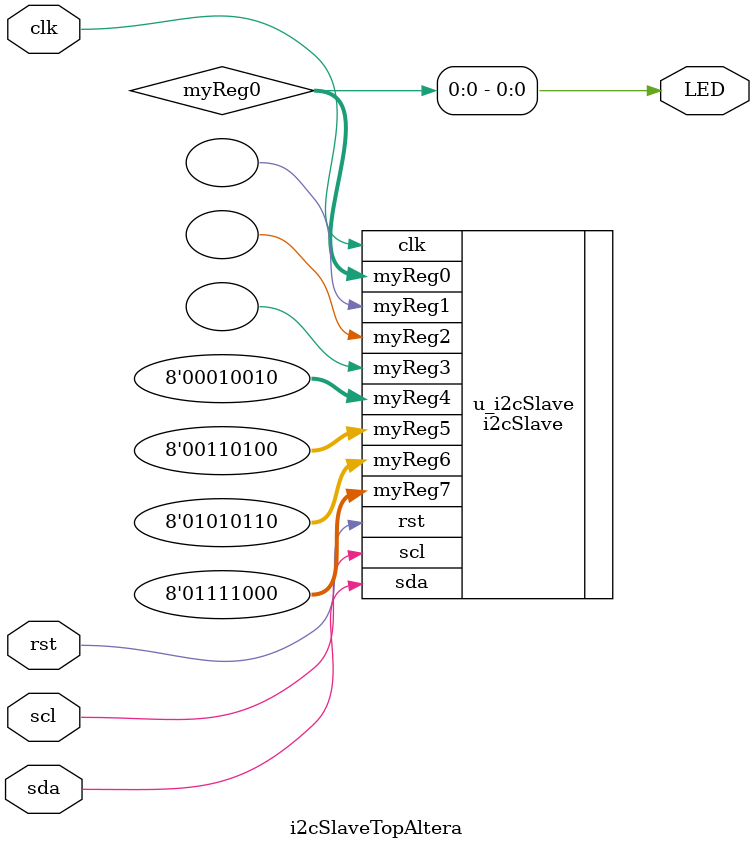
<source format=v>
`include "i2cSlave_define.v"


module i2cSlaveTopAltera (
  clk,
  sda,
  scl,
  rst,
  LED
);
input clk;
inout sda;
input scl;
input rst;
output LED;

//local wires and regs
reg [1:0] rstReg;
wire rst;
wire pll_locked;
wire [7:0] myReg0;

assign LED = myReg0[0];

i2cSlave u_i2cSlave(
  .clk(clk),
  .rst(rst),
  .sda(sda),
  .scl(scl),
  .myReg0(myReg0),
  .myReg1(),
  .myReg2(),
  .myReg3(),
  .myReg4(8'h12),
  .myReg5(8'h34),
  .myReg6(8'h56),
  .myReg7(8'h78)

);

//pll_48MHz	pll_48MHz_inst (
//	.inclk0 ( clk ),
//	.locked( pll_locked)
//	);

//generate sync reset from pll lock signal
//always @(posedge clk) begin
//  rstReg[1:0] <= {rstReg[0], ~pll_locked};
//end
//assign rst = rstReg[1];

endmodule


 

</source>
